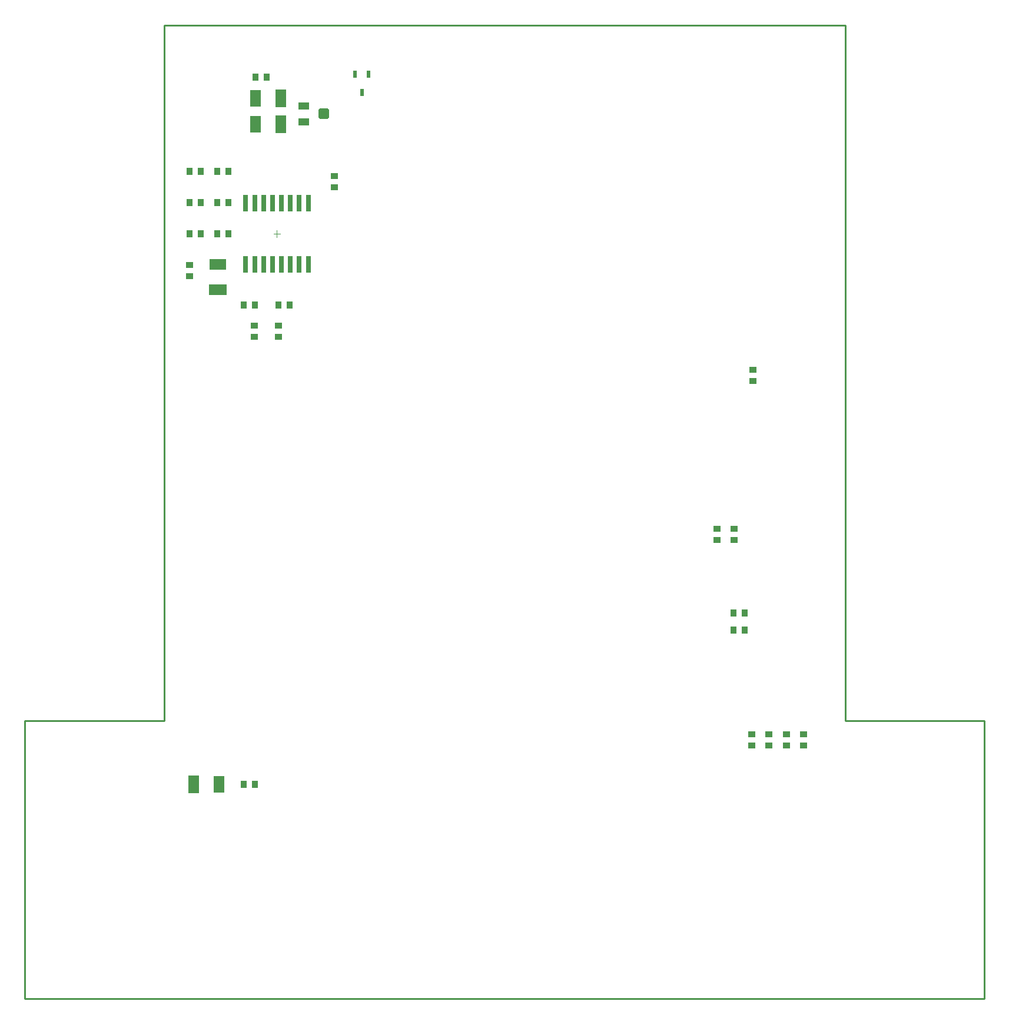
<source format=gbp>
G04 Layer_Color=128*
%FSLAX44Y44*%
%MOMM*%
G71*
G01*
G75*
%ADD10R,1.6000X2.5000*%
%ADD11R,1.6000X2.4000*%
%ADD13R,0.9000X1.0000*%
%ADD17C,0.2540*%
%ADD18C,0.1000*%
%ADD28R,0.8000X2.4000*%
%ADD29R,0.7000X2.4000*%
%ADD30R,1.0000X0.9000*%
%ADD31R,0.6000X1.1000*%
%ADD32R,2.4000X1.6000*%
%ADD33R,2.5000X1.6000*%
G04:AMPARAMS|DCode=34|XSize=1.6mm|YSize=1.6mm|CornerRadius=0.4mm|HoleSize=0mm|Usage=FLASHONLY|Rotation=90.000|XOffset=0mm|YOffset=0mm|HoleType=Round|Shape=RoundedRectangle|*
%AMROUNDEDRECTD34*
21,1,1.6000,0.8000,0,0,90.0*
21,1,0.8000,1.6000,0,0,90.0*
1,1,0.8000,0.4000,0.4000*
1,1,0.8000,0.4000,-0.4000*
1,1,0.8000,-0.4000,-0.4000*
1,1,0.8000,-0.4000,0.4000*
%
%ADD34ROUNDEDRECTD34*%
G04:AMPARAMS|DCode=35|XSize=1.1mm|YSize=1.6mm|CornerRadius=0.275mm|HoleSize=0mm|Usage=FLASHONLY|Rotation=90.000|XOffset=0mm|YOffset=0mm|HoleType=Round|Shape=RoundedRectangle|*
%AMROUNDEDRECTD35*
21,1,1.1000,1.0500,0,0,90.0*
21,1,0.5500,1.6000,0,0,90.0*
1,1,0.5500,0.5250,0.2750*
1,1,0.5500,0.5250,-0.2750*
1,1,0.5500,-0.5250,-0.2750*
1,1,0.5500,-0.5250,0.2750*
%
%ADD35ROUNDEDRECTD35*%
D10*
X243000Y308000D02*
D03*
X368000Y1257500D02*
D03*
Y1295000D02*
D03*
D11*
X279000Y308000D02*
D03*
X332000Y1257500D02*
D03*
Y1295000D02*
D03*
D13*
X347500Y1325000D02*
D03*
X331500D02*
D03*
X315000Y308000D02*
D03*
X331000D02*
D03*
X1019500Y530000D02*
D03*
X1035500D02*
D03*
X1035500Y555000D02*
D03*
X1019500D02*
D03*
X330500Y997500D02*
D03*
X314500D02*
D03*
X364500D02*
D03*
X380500D02*
D03*
X277000Y1190000D02*
D03*
X293000D02*
D03*
X277000Y1145000D02*
D03*
X293000D02*
D03*
X277000Y1100000D02*
D03*
X293000D02*
D03*
X237000D02*
D03*
X253000D02*
D03*
X237000Y1190000D02*
D03*
X253000D02*
D03*
X237000Y1145000D02*
D03*
X253000D02*
D03*
D17*
X200000Y1400000D02*
X1180000D01*
Y400000D02*
X1380000D01*
X200000D02*
Y1400000D01*
X0Y400000D02*
X200000D01*
X0Y0D02*
Y400000D01*
Y-0D02*
X1380000D01*
X1180000Y400000D02*
Y1400000D01*
X1380000Y0D02*
Y400000D01*
D18*
X357500Y1100000D02*
X367500D01*
X362500Y1095000D02*
Y1105000D01*
D28*
X317550Y1056000D02*
D03*
X407450D02*
D03*
Y1144000D02*
D03*
X317550D02*
D03*
D29*
X330750Y1056000D02*
D03*
X343450D02*
D03*
X356150D02*
D03*
X368850D02*
D03*
X381550D02*
D03*
X394250D02*
D03*
Y1144000D02*
D03*
X381550D02*
D03*
X368850D02*
D03*
X356150D02*
D03*
X343450D02*
D03*
X330750D02*
D03*
D30*
X1120000Y364500D02*
D03*
Y380500D02*
D03*
X1095000Y380500D02*
D03*
Y364500D02*
D03*
X1070000Y380500D02*
D03*
Y364500D02*
D03*
X1045000Y364500D02*
D03*
Y380500D02*
D03*
X995000Y659500D02*
D03*
Y675500D02*
D03*
X1020000Y675500D02*
D03*
Y659500D02*
D03*
X1047000Y904000D02*
D03*
Y888000D02*
D03*
X237000Y1039000D02*
D03*
Y1055000D02*
D03*
X330000Y968000D02*
D03*
Y952000D02*
D03*
X365000Y968000D02*
D03*
Y952000D02*
D03*
X445000Y1183000D02*
D03*
Y1167000D02*
D03*
D31*
X484500Y1303000D02*
D03*
X494000Y1329000D02*
D03*
X475000D02*
D03*
D32*
X277500Y1055500D02*
D03*
D33*
Y1019500D02*
D03*
D34*
X430000Y1272500D02*
D03*
D35*
X401000Y1261000D02*
D03*
X401100Y1284000D02*
D03*
M02*

</source>
